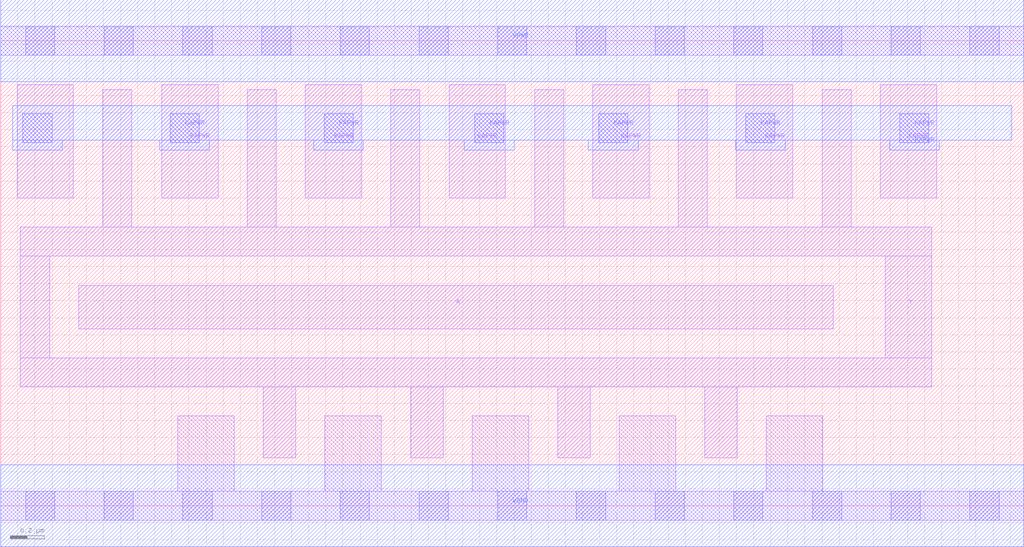
<source format=lef>
# Copyright 2020 The SkyWater PDK Authors
#
# Licensed under the Apache License, Version 2.0 (the "License");
# you may not use this file except in compliance with the License.
# You may obtain a copy of the License at
#
#     https://www.apache.org/licenses/LICENSE-2.0
#
# Unless required by applicable law or agreed to in writing, software
# distributed under the License is distributed on an "AS IS" BASIS,
# WITHOUT WARRANTIES OR CONDITIONS OF ANY KIND, either express or implied.
# See the License for the specific language governing permissions and
# limitations under the License.
#
# SPDX-License-Identifier: Apache-2.0

VERSION 5.7 ;
  NAMESCASESENSITIVE ON ;
  NOWIREEXTENSIONATPIN ON ;
  DIVIDERCHAR "/" ;
  BUSBITCHARS "[]" ;
UNITS
  DATABASE MICRONS 200 ;
END UNITS
MACRO sky130_fd_sc_hd__lpflow_clkinvkapwr_8
  CLASS CORE ;
  SOURCE USER ;
  FOREIGN sky130_fd_sc_hd__lpflow_clkinvkapwr_8 ;
  ORIGIN  0.000000  0.000000 ;
  SIZE  5.980000 BY  2.720000 ;
  SYMMETRY X Y R90 ;
  SITE unithd ;
  PIN A
    ANTENNAGATEAREA  2.304000 ;
    DIRECTION INPUT ;
    USE SIGNAL ;
    PORT
      LAYER li1 ;
        RECT 0.455000 1.035000 4.865000 1.290000 ;
    END
  END A
  PIN Y
    ANTENNADIFFAREA  2.090400 ;
    DIRECTION OUTPUT ;
    USE SIGNAL ;
    PORT
      LAYER li1 ;
        RECT 0.115000 0.695000 5.440000 0.865000 ;
        RECT 0.115000 0.865000 0.285000 1.460000 ;
        RECT 0.115000 1.460000 5.440000 1.630000 ;
        RECT 0.595000 1.630000 0.765000 2.435000 ;
        RECT 1.440000 1.630000 1.610000 2.435000 ;
        RECT 1.535000 0.280000 1.725000 0.695000 ;
        RECT 2.280000 1.630000 2.450000 2.435000 ;
        RECT 2.395000 0.280000 2.585000 0.695000 ;
        RECT 3.120000 1.630000 3.290000 2.435000 ;
        RECT 3.255000 0.280000 3.445000 0.695000 ;
        RECT 3.960000 1.630000 4.130000 2.435000 ;
        RECT 4.115000 0.280000 4.305000 0.695000 ;
        RECT 4.800000 1.630000 4.970000 2.435000 ;
        RECT 5.170000 0.865000 5.440000 1.460000 ;
    END
  END Y
  PIN KAPWR
    DIRECTION INOUT ;
    SHAPE ABUTMENT ;
    USE POWER ;
    PORT
      LAYER li1 ;
        RECT 0.095000 1.800000 0.425000 2.465000 ;
        RECT 5.140000 1.800000 5.470000 2.465000 ;
      LAYER mcon ;
        RECT 0.130000 2.125000 0.300000 2.295000 ;
        RECT 5.255000 2.125000 5.425000 2.295000 ;
    END
    PORT
      LAYER li1 ;
        RECT 0.940000 1.800000 1.270000 2.465000 ;
      LAYER mcon ;
        RECT 0.990000 2.125000 1.160000 2.295000 ;
    END
    PORT
      LAYER li1 ;
        RECT 1.780000 1.800000 2.110000 2.465000 ;
      LAYER mcon ;
        RECT 1.890000 2.125000 2.060000 2.295000 ;
    END
    PORT
      LAYER li1 ;
        RECT 2.620000 1.800000 2.950000 2.465000 ;
      LAYER mcon ;
        RECT 2.770000 2.125000 2.940000 2.295000 ;
    END
    PORT
      LAYER li1 ;
        RECT 3.460000 1.800000 3.790000 2.465000 ;
      LAYER mcon ;
        RECT 3.495000 2.125000 3.665000 2.295000 ;
    END
    PORT
      LAYER li1 ;
        RECT 4.300000 1.800000 4.630000 2.465000 ;
      LAYER mcon ;
        RECT 4.355000 2.125000 4.525000 2.295000 ;
    END
    PORT
      LAYER met1 ;
        RECT 0.070000 2.080000 0.360000 2.140000 ;
        RECT 0.070000 2.140000 5.910000 2.340000 ;
        RECT 0.930000 2.080000 1.220000 2.140000 ;
        RECT 1.830000 2.080000 2.120000 2.140000 ;
        RECT 2.710000 2.080000 3.000000 2.140000 ;
        RECT 3.435000 2.080000 3.725000 2.140000 ;
        RECT 4.295000 2.080000 4.585000 2.140000 ;
        RECT 5.195000 2.080000 5.485000 2.140000 ;
    END
  END KAPWR
  PIN VGND
    DIRECTION INOUT ;
    SHAPE ABUTMENT ;
    USE GROUND ;
    PORT
      LAYER met1 ;
        RECT 0.000000 -0.240000 5.980000 0.240000 ;
    END
  END VGND
  PIN VPWR
    DIRECTION INOUT ;
    SHAPE ABUTMENT ;
    USE POWER ;
    PORT
      LAYER met1 ;
        RECT 0.000000 2.480000 5.980000 2.960000 ;
    END
  END VPWR
  OBS
    LAYER li1 ;
      RECT 0.000000 -0.085000 5.980000 0.085000 ;
      RECT 0.000000  2.635000 5.980000 2.805000 ;
      RECT 1.035000  0.085000 1.365000 0.525000 ;
      RECT 1.895000  0.085000 2.225000 0.525000 ;
      RECT 2.755000  0.085000 3.085000 0.525000 ;
      RECT 3.615000  0.085000 3.945000 0.525000 ;
      RECT 4.475000  0.085000 4.805000 0.525000 ;
    LAYER mcon ;
      RECT 0.145000 -0.085000 0.315000 0.085000 ;
      RECT 0.145000  2.635000 0.315000 2.805000 ;
      RECT 0.605000 -0.085000 0.775000 0.085000 ;
      RECT 0.605000  2.635000 0.775000 2.805000 ;
      RECT 1.065000 -0.085000 1.235000 0.085000 ;
      RECT 1.065000  2.635000 1.235000 2.805000 ;
      RECT 1.525000 -0.085000 1.695000 0.085000 ;
      RECT 1.525000  2.635000 1.695000 2.805000 ;
      RECT 1.985000 -0.085000 2.155000 0.085000 ;
      RECT 1.985000  2.635000 2.155000 2.805000 ;
      RECT 2.445000 -0.085000 2.615000 0.085000 ;
      RECT 2.445000  2.635000 2.615000 2.805000 ;
      RECT 2.905000 -0.085000 3.075000 0.085000 ;
      RECT 2.905000  2.635000 3.075000 2.805000 ;
      RECT 3.365000 -0.085000 3.535000 0.085000 ;
      RECT 3.365000  2.635000 3.535000 2.805000 ;
      RECT 3.825000 -0.085000 3.995000 0.085000 ;
      RECT 3.825000  2.635000 3.995000 2.805000 ;
      RECT 4.285000 -0.085000 4.455000 0.085000 ;
      RECT 4.285000  2.635000 4.455000 2.805000 ;
      RECT 4.745000 -0.085000 4.915000 0.085000 ;
      RECT 4.745000  2.635000 4.915000 2.805000 ;
      RECT 5.205000 -0.085000 5.375000 0.085000 ;
      RECT 5.205000  2.635000 5.375000 2.805000 ;
      RECT 5.665000 -0.085000 5.835000 0.085000 ;
      RECT 5.665000  2.635000 5.835000 2.805000 ;
  END
END sky130_fd_sc_hd__lpflow_clkinvkapwr_8

</source>
